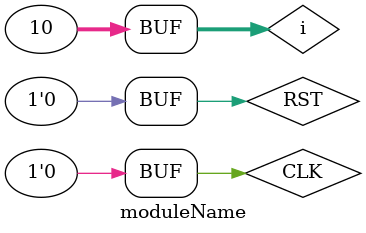
<source format=v>
module moduleName ();

reg CLK;
wire [31:0] OUT;
reg RST;
integer i;
SingleCpu SingleCpu1 (.CLK(CLK), .RST(RST), .OUT(OUT));

initial begin
    RST = 1;
    CLK = 0;
    #50;
    CLK = 1;
    #50
    RST = 0;
    CLK = 0;
    #50
    for(i=0; i<10; i=i+1) begin
        CLK = 1;
        #50
        CLK = 0;
        #50;
    end


end
always @(posedge CLK) begin
    $display("CLK");
end


// always begin
//     #6 CLK=0;
//     #4 CLK=1;
// end

    
endmodule
</source>
